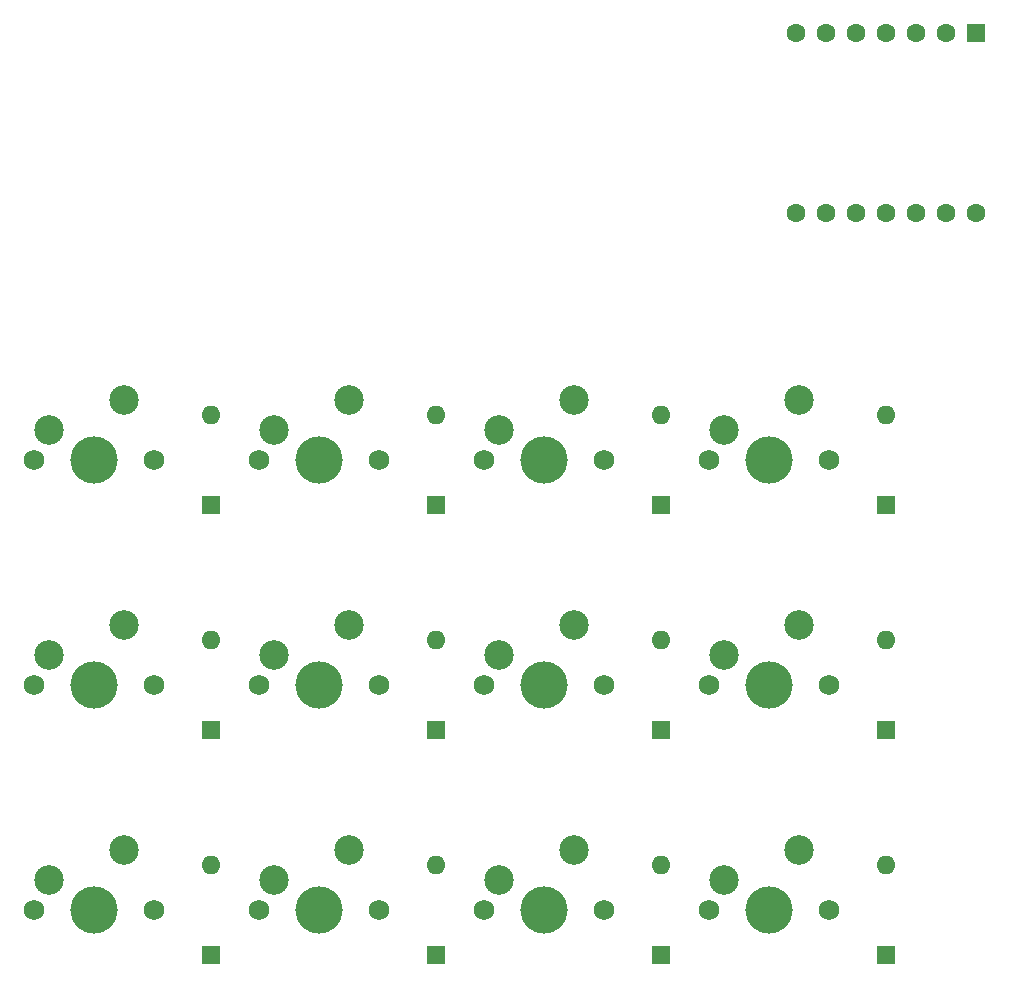
<source format=gbr>
%TF.GenerationSoftware,KiCad,Pcbnew,8.0.5*%
%TF.CreationDate,2024-10-21T21:03:58+03:00*%
%TF.ProjectId,hackpad1,6861636b-7061-4643-912e-6b696361645f,rev?*%
%TF.SameCoordinates,Original*%
%TF.FileFunction,Soldermask,Bot*%
%TF.FilePolarity,Negative*%
%FSLAX46Y46*%
G04 Gerber Fmt 4.6, Leading zero omitted, Abs format (unit mm)*
G04 Created by KiCad (PCBNEW 8.0.5) date 2024-10-21 21:03:58*
%MOMM*%
%LPD*%
G01*
G04 APERTURE LIST*
%ADD10C,1.750000*%
%ADD11C,4.000000*%
%ADD12C,2.500000*%
%ADD13R,1.600000X1.600000*%
%ADD14C,1.600000*%
%ADD15O,1.600000X1.600000*%
G04 APERTURE END LIST*
D10*
%TO.C,S2*%
X118427500Y-78581250D03*
D11*
X123507500Y-78581250D03*
D10*
X128587500Y-78581250D03*
D12*
X119697500Y-76041250D03*
X126047500Y-73501250D03*
%TD*%
D10*
%TO.C,S3*%
X137477500Y-78581250D03*
D11*
X142557500Y-78581250D03*
D10*
X147637500Y-78581250D03*
D12*
X138747500Y-76041250D03*
X145097500Y-73501250D03*
%TD*%
D10*
%TO.C,S11*%
X156527500Y-97631250D03*
D11*
X161607500Y-97631250D03*
D10*
X166687500Y-97631250D03*
D12*
X157797500Y-95091250D03*
X164147500Y-92551250D03*
%TD*%
D10*
%TO.C,S10*%
X156527500Y-116681250D03*
D11*
X161607500Y-116681250D03*
D10*
X166687500Y-116681250D03*
D12*
X157797500Y-114141250D03*
X164147500Y-111601250D03*
%TD*%
D13*
%TO.C,U2*%
X179070000Y-42386250D03*
D14*
X176530000Y-42386250D03*
X173990000Y-42386250D03*
X171450000Y-42386250D03*
X168910000Y-42386250D03*
X166370000Y-42386250D03*
X163830000Y-42386250D03*
X163830000Y-57626250D03*
X166370000Y-57626250D03*
X168910000Y-57626250D03*
X171450000Y-57626250D03*
X173990000Y-57626250D03*
X176530000Y-57626250D03*
X179070000Y-57626250D03*
%TD*%
D10*
%TO.C,S1*%
X99377500Y-78581250D03*
D11*
X104457500Y-78581250D03*
D10*
X109537500Y-78581250D03*
D12*
X100647500Y-76041250D03*
X106997500Y-73501250D03*
%TD*%
D10*
%TO.C,S6*%
X137477500Y-97631250D03*
D11*
X142557500Y-97631250D03*
D10*
X147637500Y-97631250D03*
D12*
X138747500Y-95091250D03*
X145097500Y-92551250D03*
%TD*%
D10*
%TO.C,S7*%
X99377500Y-116681250D03*
D11*
X104457500Y-116681250D03*
D10*
X109537500Y-116681250D03*
D12*
X100647500Y-114141250D03*
X106997500Y-111601250D03*
%TD*%
D10*
%TO.C,S5*%
X118427500Y-97631250D03*
D11*
X123507500Y-97631250D03*
D10*
X128587500Y-97631250D03*
D12*
X119697500Y-95091250D03*
X126047500Y-92551250D03*
%TD*%
D10*
%TO.C,S9*%
X137477500Y-116681250D03*
D11*
X142557500Y-116681250D03*
D10*
X147637500Y-116681250D03*
D12*
X138747500Y-114141250D03*
X145097500Y-111601250D03*
%TD*%
D10*
%TO.C,S4*%
X99377500Y-97631250D03*
D11*
X104457500Y-97631250D03*
D10*
X109537500Y-97631250D03*
D12*
X100647500Y-95091250D03*
X106997500Y-92551250D03*
%TD*%
D10*
%TO.C,S8*%
X118427500Y-116681250D03*
D11*
X123507500Y-116681250D03*
D10*
X128587500Y-116681250D03*
D12*
X119697500Y-114141250D03*
X126047500Y-111601250D03*
%TD*%
D10*
%TO.C,S12*%
X156527500Y-78581250D03*
D11*
X161607500Y-78581250D03*
D10*
X166687500Y-78581250D03*
D12*
X157797500Y-76041250D03*
X164147500Y-73501250D03*
%TD*%
D13*
%TO.C,D10*%
X171450000Y-120491250D03*
D15*
X171450000Y-112871250D03*
%TD*%
D13*
%TO.C,D3*%
X152400000Y-82391250D03*
D15*
X152400000Y-74771250D03*
%TD*%
D13*
%TO.C,D7*%
X114300000Y-120491250D03*
D15*
X114300000Y-112871250D03*
%TD*%
D13*
%TO.C,D4*%
X114300000Y-101441250D03*
D15*
X114300000Y-93821250D03*
%TD*%
D13*
%TO.C,D11*%
X171450000Y-101441250D03*
D15*
X171450000Y-93821250D03*
%TD*%
D13*
%TO.C,D5*%
X133350000Y-101441250D03*
D15*
X133350000Y-93821250D03*
%TD*%
D13*
%TO.C,D6*%
X152400000Y-101441250D03*
D15*
X152400000Y-93821250D03*
%TD*%
D13*
%TO.C,D2*%
X133350000Y-82391250D03*
D15*
X133350000Y-74771250D03*
%TD*%
D13*
%TO.C,D12*%
X171450000Y-82391250D03*
D15*
X171450000Y-74771250D03*
%TD*%
D13*
%TO.C,D9*%
X152400000Y-120491250D03*
D15*
X152400000Y-112871250D03*
%TD*%
D13*
%TO.C,D1*%
X114300000Y-82391250D03*
D15*
X114300000Y-74771250D03*
%TD*%
D13*
%TO.C,D8*%
X133350000Y-120491250D03*
D15*
X133350000Y-112871250D03*
%TD*%
M02*

</source>
